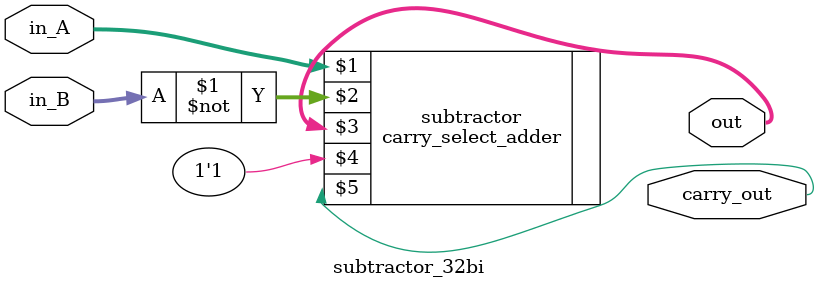
<source format=v>
module multdiv(data_operandA, data_operandB, ctrl_MULT, ctrl_DIV, clock, data_result, data_exception, data_inputRDY, data_resultRDY);
   input [31:0] data_operandA;
   input [15:0] data_operandB;
   input ctrl_MULT, ctrl_DIV, clock;             
   output [31:0] data_result; 
   output data_exception, data_inputRDY, data_resultRDY;
	
	wire[31:0] temp_mult_result;
	wire mult_exception,mult_inputRDY,mult_resultRDY;
	mult_module multiplier(data_operandA, data_operandB,ctrl_MULT, clock, temp_mult_result, mult_exception, mult_inputRDY, mult_resultRDY);
	assign data_result = (ctrl_MULT) ? temp_mult_result : 32'bZ;
	assign data_exception = (ctrl_MULT) ? mult_exception : 1'bZ;
	assign data_inputRDY = (ctrl_MULT) ? mult_inputRDY : 1'bZ;
	assign data_resultRDY = (ctrl_MULT)  ? mult_resultRDY : 1'bZ;
	
	wire[31:0] temp_div_result;
	wire div_exception,div_inputRDY,div_resultRDY;
	div_module diviplier(data_operandA, data_operandB, ctrl_DIV, clock, temp_div_result, div_exception, div_inputRDY, div_resultRDY);
	assign data_result = (ctrl_DIV) ? temp_div_result : 32'bZ;
	assign data_exception = (ctrl_DIV) ? div_exception : 1'bZ;
	assign data_inputRDY = (ctrl_DIV) ? div_inputRDY : 1'bZ;
	assign data_resultRDY = (ctrl_DIV) ? div_resultRDY : 1'bZ;
endmodule

module booth_decoder(booth_operation,shifted_multiplicand,adder_output); //takes in the shifted multiplicand
	input[2:0] booth_operation;
	input[31:0] shifted_multiplicand;
	output[31:0] adder_output;
	
	wire[7:0] booth_operation_wire;
	assign booth_operation_wire = 8'b00000001 << booth_operation; //this generates which operation should be performed
	
	wire[31:0] output_operation_wire[7:0];
	
	assign output_operation_wire[0] = 0;
	assign output_operation_wire[1] = shifted_multiplicand;
	assign output_operation_wire[2] = shifted_multiplicand;
	assign output_operation_wire[3] = (shifted_multiplicand << 1);
	assign output_operation_wire[4] = ~(shifted_multiplicand << 1);
	assign output_operation_wire[5] = ~shifted_multiplicand;
	assign output_operation_wire[6] = ~shifted_multiplicand;
	assign output_operation_wire[7] = 0;
	
	wire[31:0] temp_output;
	genvar output_index;
	generate
	for(output_index=0;output_index<8;output_index=output_index+1) begin: output_loop
		assign temp_output = (booth_operation_wire[output_index]) ? output_operation_wire[output_index] : 32'bZ;
	end
	endgenerate
	wire make_negative;
	assign make_negative = booth_operation_wire[4] | booth_operation_wire[5] | booth_operation_wire[6];
	carry_select_adder adder(temp_output, 32'b0, adder_output, make_negative); //generate a negative shifted multiplicand
	
endmodule

module booth_module(multiplicand,multiplier, booth_output_0,booth_output_1,booth_output_2,booth_output_3,booth_output_4,booth_output_5,booth_output_6,booth_output_7);
	input[31:0] multiplicand;
	input[15:0] multiplier;
	output[31:0] booth_output_0;
	output[31:0] booth_output_1;
	output[31:0] booth_output_2;
	output[31:0] booth_output_3;
	output[31:0] booth_output_4;
	output[31:0] booth_output_5;
	output[31:0] booth_output_6;
	output[31:0] booth_output_7;
	
	
	/*
	The code below handles the implicit 0 case
	*/
	wire[2:0] temp_booth_0;
	assign temp_booth_0[0] = 0;
	assign temp_booth_0[2:1] = multiplier[1:0];
	/*
	Adds all the booth value from the multiplier to a wire array so it could be used for calculation
	*/
	wire[2:0] booth_input[7:0];
	assign booth_input[0] = temp_booth_0;
	assign booth_input[1] = multiplier[3:1];
	assign booth_input[2] = multiplier[5:3];
	assign booth_input[3] = multiplier[7:5];
	assign booth_input[4] = multiplier[9:7];
	assign booth_input[5] = multiplier[11:9];
	assign booth_input[6] = multiplier[13:11];
	assign booth_input[7] = multiplier[15:13];
	
	wire[31:0] booth_output[7:0];
	genvar index;
	generate
	for(index=0; index<8; index = index + 1) begin: loop_structure
		booth_decoder booth(booth_input[index],(multiplicand << (2*index)),booth_output[index]);
	end
	endgenerate
	
	assign booth_output_0=booth_output[0];
	assign booth_output_1=booth_output[1];
	assign booth_output_2=booth_output[2];
	assign booth_output_3=booth_output[3];
	assign booth_output_4=booth_output[4];
	assign booth_output_5=booth_output[5];
	assign booth_output_6=booth_output[6];
	assign booth_output_7=booth_output[7];
	

endmodule

`define state0  3'b000
`define state1  3'b001
`define state2  3'b010
`define state3  3'b011
`define state4  3'b100
`define state5  3'b101
`define state6  3'b110
`define state7  3'b111

module counter(clock, in_signal, out, present, next);
	input clock, in_signal;
	output[2:0] out;
	output [2:0] present,next;
	
	
	wire [2:0] present;
	
	reg[2:0] out;
	reg[2:0] next;
	
	always @(*) begin
		case(present)
			`state0: next = in_signal ? `state0 : `state1;
			`state1: next = in_signal ? `state0 : `state2;
			`state2: next = in_signal ? `state0 : `state3;
			`state3: next = in_signal ? `state0 : `state4;
			`state4: next = in_signal ? `state0 : `state5;
			`state5: next = in_signal ? `state0 : `state6;
			`state6: next = in_signal ? `state0 : `state7;
			`state7: next = in_signal ? `state0 : `state0;
			default: next = `state0;
		endcase
	end
	
	always @(present) begin
		case(present)
			`state0: out = `state0;
			`state1: out = `state1;
			`state2: out = `state2;
			`state3: out = `state3;
			`state4: out = `state4;
			`state5: out = `state5;
			`state6: out = `state6;
			`state7: out = `state7;
			default: out = `state0;
		endcase
	end

	dff state_reg_0(.clk(clock), .d(next[0]), .q(present[0]));
	dff state_reg_1(.clk(clock), .d(next[1]), .q(present[1]));
	dff state_reg_2(.clk(clock), .d(next[2]), .q(present[2]));
	
endmodule

module div_counter(clock, in_signal, out, present, next);
	input clock, in_signal;
	output[2:0] out;
	output [5:0] present,next;
	
	
	wire [5:0] present;
	
	reg[1:0] out;
	reg[5:0] next;
	
	always @(*) begin
		if(in_signal)
			next = 6'b0;
		else if(present!=6'b100001)
			next = present + 1;
		else if(present == 6'b100001)
			next = 6'b0;
		else 
			next = 6'b0;
	end
	
	always @(present) begin
		if(present==6'b0)
			out = 2'b01;
		else if(present == 6'b100001)
			out = 2'b10;
		else 
			out = 2'b00;
	end

	dff state_reg_0(.clk(clock), .d(next[0]), .q(present[0]));
	dff state_reg_1(.clk(clock), .d(next[1]), .q(present[1]));
	dff state_reg_2(.clk(clock), .d(next[2]), .q(present[2]));
	dff state_reg_3(.clk(clock), .d(next[3]), .q(present[3]));
	dff state_reg_4(.clk(clock), .d(next[4]), .q(present[4]));
	dff state_reg_5(.clk(clock), .d(next[5]), .q(present[5]));
endmodule

module div_module(data_operandA, data_operandB, ctrl_DIV, clock, data_result, data_exception, data_inputRDY, data_resultRDY);
   input [31:0] data_operandA;
   input [15:0] data_operandB;
   input clock,ctrl_DIV;      
   output [31:0] data_result; 
   output data_exception, data_inputRDY, data_resultRDY;
	/*
	Flips the signs if they are negative and predict the output sign
	*/
	wire predicted_sign;
	wire[31:0] dividend,divisor;
	assign divisor[31:16] = 0;
	sign_checker check_sign(data_operandA,data_operandB,dividend,divisor[15:0],predicted_sign); //tested and works
	
	assign data_exception = ~|data_operandB;
	
	wire[1:0] counter_output;
	div_counter counter_33(clock, ~ctrl_DIV, counter_output);
	assign data_inputRDY = (counter_output[1] & ~counter_output[0]) | (~counter_output[1] & counter_output[0]);
	assign data_resultRDY = counter_output[1] & ~counter_output[0];
//	assign data_inputRDY = 1; assign data_resultRDY = 1;
	
	wire[31:0] remainder[32:0];
	wire[31:0] temp_quotient;
	
	assign remainder[0] = 32'b0;
	
	
	genvar index;
	generate
	for(index=0;index < 32;index = index + 1) begin: divider_loop
		wire[31:0] temp_shifted_remainder;
		assign temp_shifted_remainder = (remainder[index] << 1);
		wire[31:0] modified_shifted_remainder;
		assign modified_shifted_remainder[31:1] = temp_shifted_remainder[31:1];
		assign modified_shifted_remainder[0] = dividend[(index-31)*-1];
		
		wire[31:0] temp_sub_value;
		wire isLessThan,isNotEqual;
		subtractor sub_1(modified_shifted_remainder,divisor, temp_sub_value,isLessThan,isNotEqual); 
		assign temp_quotient[(index-31)*-1] = (~isLessThan&isNotEqual | ~isNotEqual) ? 1'b1:1'b0;
		assign remainder[index+1] = (~isLessThan&isNotEqual | ~isNotEqual) ? temp_sub_value : modified_shifted_remainder;
	end
	endgenerate
	
	wire[31:0] positive_temp_quotient,negative_temp_quotient;
	assign positive_temp_quotient = temp_quotient;
	carry_select_adder adder(~positive_temp_quotient, 0, negative_temp_quotient, 1);
	assign data_result = (predicted_sign) ? negative_temp_quotient : positive_temp_quotient;

endmodule

module mult_module(data_operandA, data_operandB,ctrl_MULT, clock, data_result, data_exception, data_inputRDY, data_resultRDY);
   input [31:0] data_operandA;
   input [15:0] data_operandB;
   input clock,ctrl_MULT;      
   output [31:0] data_result; 
   output data_exception, data_inputRDY, data_resultRDY; 
	
	wire[31:0] output_booth[7:0];
	booth_module booth(data_operandA,data_operandB, output_booth[0],output_booth[1],output_booth[2],output_booth[3],output_booth[4],output_booth[5],output_booth[6],output_booth[7]);
	
	wire[31:0] adder_stage_1_output[3:0];
	wire[31:0] adder_stage_2_output[1:0];
	wire[31:0] adder_stage_3_output;
	/*
	Adding all the output_booth below
	*/
	/*
	Stage 1 addition = 1 cycle
	*/
	carry_select_adder stage_1_1(output_booth[0], output_booth[1], adder_stage_1_output[0], 0);
	carry_select_adder stage_1_2(output_booth[2], output_booth[3], adder_stage_1_output[1], 0);
	carry_select_adder stage_1_3(output_booth[4], output_booth[5], adder_stage_1_output[2], 0);
	carry_select_adder stage_1_4(output_booth[6], output_booth[7], adder_stage_1_output[3], 0);
	
	/*
	Stage 2 addition = 1 cycle
	*/
	carry_select_adder stage_2_1(adder_stage_1_output[0], adder_stage_1_output[1], adder_stage_2_output[0], 0);
	carry_select_adder stage_2_2(adder_stage_1_output[2], adder_stage_1_output[3], adder_stage_2_output[1], 0);
	
	/*
	Stage 3 addition = 1 cycle, final stage
	*/
	carry_select_adder stage_3(adder_stage_2_output[0], adder_stage_2_output[1], adder_stage_3_output, 0);
	assign data_result = adder_stage_3_output;
	
	
	/*
	Handle counter to assert the data_inputRDY and data_resultRDY
	*/
	wire[2:0] counter_output;
	wire in_signal; //the in_signal is used to reset the wire, effectively turning the counter to be a mod k counter where k <= 8
	counter count_8(clock, in_signal, counter_output);
	assign in_signal = ~ctrl_MULT; 
	assign data_resultRDY = (counter_output[0] & counter_output[1] & counter_output[2]); //currently mod 8 counter; change here to change it
	assign data_inputRDY = (~counter_output[0] & ~counter_output[1] & ~counter_output[2]) | (counter_output[0] & counter_output[1] & counter_output[2]);
	//assign data_inputRDY=1; assign data_resultRDY=1;
	
	/*
	Data exception is triggered when the sign bit of the output does not match the predicted output sign.
	*/
	assign data_exception= (data_operandA[31]^data_operandB[15])^adder_stage_3_output[31];
endmodule

module sign_checker(data_operandA,data_operandB,output_A,output_B,output_sign);
	input[31:0] data_operandA;
	input[15:0] data_operandB;
	output output_sign;
	output[31:0] output_A;
	output[15:0] output_B;
	
	
	
	/*
	This modules checks for the sign if they are negative and predicts the output sign
	*/
	assign output_sign = data_operandA[31]^data_operandB[15]; //figures out what the value is at the end
	
	wire[31:0] temp_A_flip;
	wire[15:0] temp_B_flip;
	
	carry_select_adder flip_A(~data_operandA, 0, temp_A_flip, 1); //flip the sign
	carry_select_adder flip_B(~data_operandB, 0, temp_B_flip, 1); //flip the sign
	
	
	assign output_A = (~data_operandA[31]) ? data_operandA :32'bZ;
	assign output_A = (data_operandA[31]) ? temp_A_flip :32'bZ; //the original is negative, make it +ve
	
	assign output_B = (~data_operandB[15]) ? data_operandB : 16'bZ;
	assign output_B = (data_operandB[15]) ? temp_B_flip : 16'bZ; //the original is negative, make it +ve
	
endmodule

module subtractor(data_operandA, data_operandB, data_result, isLessThan, isNotEqual);
   input [31:0] data_operandA, data_operandB;
   output [31:0] data_result;
   output isLessThan, isNotEqual;
	
	wire[31:0] subtract_output;
	subtractor_32bi sub(data_operandA,data_operandB,subtract_output);
	
	wire[3:0] less_then_case_selector;
	assign less_then_case_selector[0] = ~data_operandA[31] & data_operandB[31]; //+-
	assign less_then_case_selector[1] = data_operandA[31] & ~data_operandB[31]; //-+
	assign less_then_case_selector[2] = data_operandA[31] & data_operandB[31]; //--
	assign less_then_case_selector[3] = ~data_operandA[31] & ~data_operandB[31]; //++
	
	assign isLessThan = (less_then_case_selector[0]) ? 1'b0 : 1'bZ;
	assign isLessThan = (less_then_case_selector[1]) ? 1'b1 : 1'bZ;
	assign isLessThan = (less_then_case_selector[2]) ? subtract_output[31] : 1'bZ;
	assign isLessThan = (less_then_case_selector[3]) ? subtract_output[31] : 1'bZ;
	
	assign data_result = subtract_output;
	assign isNotEqual = ~(~subtract_output & (subtract_output + ~0)) >> 31;
	
endmodule

module subtractor_32bi(in_A, in_B, out, carry_out);
	input[31:0] in_A,in_B;
	output[31:0] out;
	output carry_out;

	carry_select_adder subtractor(in_A, ~in_B, out, 1'b1,carry_out);
endmodule











</source>
